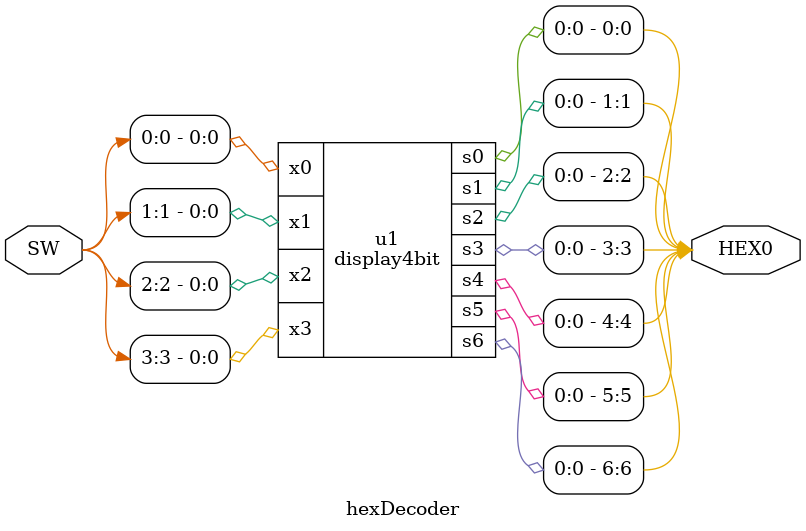
<source format=v>
`timescale 1ns / 1ns // `timescale time_unit/time_precision

module display4bit(input x0, x1, x2, x3, output s0, s1, s2, s3, s4, s5, s6);
	
	assign s0 = (~x0&~x1&~x2&x3) | (~x0&x1&~x2&~x3) | (x0&~x1&x2&x3) | (x0&x1&~x2&x3);
	assign s1 = (~x0&x1&~x2&x3)| (~x0&x1&x2&~x3)| (x0&~x1&x2&x3)| (x0&x1&~x2&~x3)| (x0&x1&x2&~x3)| (x0&x1&x2&x3);
	assign s2 = (~x0&~x1&x2&~x3)| (x0&x1&~x2&~x3)| (x0&x1&x2&~x3)| (x0&x1&x2&x3);
	assign s3 = (~x0&~x1&~x2&x3)| (~x0&x1&~x2&~x3)| (~x0&x1&x2&x3)| (x0&~x1&x2&~x3)| (x0&x1&x2&x3);
	assign s4 = (~x0&~x1&~x2&x3)| (~x0&~x1&x2&x3)| (~x0&x1&~x2&~x3)| (~x0&x1&~x2&x3)| (~x0&x1&x2&x3)| (x0&~x1&~x2&x3);
	assign s5 = (~x0&~x1&~x2&x3)| (~x0&~x1&x2&~x3)| (~x0&~x1&x2&x3)| (~x0&x1&x2&x3)| (x0&x1&~x2&x3);
	assign s6 = (~x0&~x1&~x2&~x3)| (~x0&~x1&~x2&x3)| (~x0&x1&x2&x3)| (x0&x1&~x2&~x3);
	
endmodule 

module hexDecoder(SW,HEX0); 
	input [9:0] SW; 
	output [6:0]HEX0; 
	
	display4bit u1 (.x0(SW[0]), .x1(SW[1]), .x2(SW[2]), .x3(SW[3]), .s0(HEX0[0]), .s1(HEX0[1]), .s2(HEX0[2]), .s3(HEX0[3]), .s4(HEX0[4]), .s5(HEX0[5]), .s6(HEX0[6])); 

endmodule
</source>
